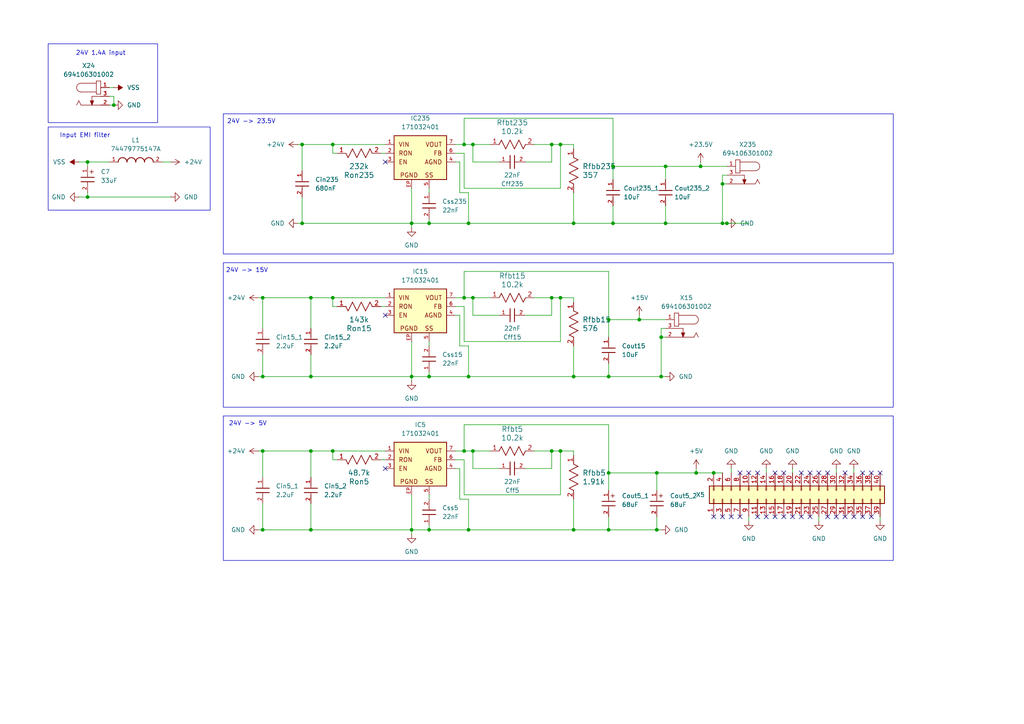
<source format=kicad_sch>
(kicad_sch (version 20231120) (generator "eeschema") (generator_version "8.0")
  (paper "A4")
  (junction (at 176.53 153.67))
  (junction (at 90.17 86.36))
  (junction (at 177.8 48.26))
  (junction (at 119.38 64.77))
  (junction (at 185.42 92.71))
  (junction (at 119.38 109.22))
  (junction (at 177.8 64.77))
  (junction (at 76.2 130.81))
  (junction (at 25.4 57.15))
  (junction (at 160.02 41.91))
  (junction (at 134.62 130.81))
  (junction (at 134.62 86.36))
  (junction (at 201.93 137.16))
  (junction (at 137.16 86.36))
  (junction (at 209.55 53.34))
  (junction (at 137.16 130.81))
  (junction (at 96.52 130.81))
  (junction (at 90.17 130.81))
  (junction (at 134.62 41.91))
  (junction (at 191.77 97.79))
  (junction (at 191.77 109.22))
  (junction (at 166.37 153.67))
  (junction (at 25.4 46.99))
  (junction (at 162.56 86.36))
  (junction (at 166.37 109.22))
  (junction (at 90.17 153.67))
  (junction (at 119.38 153.67))
  (junction (at 207.01 137.16))
  (junction (at 76.2 153.67))
  (junction (at 160.02 86.36))
  (junction (at 162.56 130.81))
  (junction (at 160.02 130.81))
  (junction (at 210.82 64.77))
  (junction (at 193.04 64.77))
  (junction (at 135.89 64.77))
  (junction (at 162.56 41.91))
  (junction (at 76.2 109.22))
  (junction (at 124.46 64.77))
  (junction (at 176.53 92.71))
  (junction (at 90.17 109.22))
  (junction (at 33.02 30.48))
  (junction (at 176.53 137.16))
  (junction (at 190.5 137.16))
  (junction (at 96.52 41.91))
  (junction (at 135.89 153.67))
  (junction (at 96.52 86.36))
  (junction (at 135.89 109.22))
  (junction (at 190.5 153.67))
  (junction (at 87.63 64.77))
  (junction (at 176.53 109.22))
  (junction (at 137.16 41.91))
  (junction (at 203.2 48.26))
  (junction (at 166.37 64.77))
  (junction (at 124.46 109.22))
  (junction (at 76.2 86.36))
  (junction (at 87.63 41.91))
  (junction (at 124.46 153.67))
  (junction (at 193.04 48.26))
  (junction (at 209.55 64.77))
  (no_connect (at 214.63 149.86))
  (no_connect (at 111.76 46.99))
  (no_connect (at 207.01 149.86))
  (no_connect (at 229.87 149.86))
  (no_connect (at 250.19 149.86))
  (no_connect (at 227.33 137.16))
  (no_connect (at 232.41 149.86))
  (no_connect (at 242.57 149.86))
  (no_connect (at 111.76 91.44))
  (no_connect (at 250.19 137.16))
  (no_connect (at 252.73 149.86))
  (no_connect (at 237.49 137.16))
  (no_connect (at 219.71 137.16))
  (no_connect (at 240.03 149.86))
  (no_connect (at 234.95 137.16))
  (no_connect (at 234.95 149.86))
  (no_connect (at 219.71 149.86))
  (no_connect (at 214.63 137.16))
  (no_connect (at 222.25 149.86))
  (no_connect (at 252.73 137.16))
  (no_connect (at 227.33 149.86))
  (no_connect (at 247.65 149.86))
  (no_connect (at 245.11 149.86))
  (no_connect (at 232.41 137.16))
  (no_connect (at 212.09 149.86))
  (no_connect (at 217.17 137.16))
  (no_connect (at 224.79 149.86))
  (no_connect (at 111.76 135.89))
  (no_connect (at 209.55 149.86))
  (no_connect (at 224.79 137.16))
  (no_connect (at 255.27 137.16))
  (no_connect (at 240.03 137.16))
  (no_connect (at 245.11 137.16))
  (wire (pts (xy 119.38 153.67) (xy 124.46 153.67)))
  (wire (pts (xy 176.53 123.19) (xy 134.62 123.19)))
  (wire (pts (xy 76.2 153.67) (xy 90.17 153.67)))
  (wire (pts (xy 119.38 64.77) (xy 87.63 64.77)))
  (wire (pts (xy 119.38 153.67) (xy 90.17 153.67)))
  (wire (pts (xy 132.08 44.45) (xy 134.62 44.45)))
  (wire (pts (xy 176.53 78.74) (xy 134.62 78.74)))
  (wire (pts (xy 166.37 130.81) (xy 162.56 130.81)))
  (wire (pts (xy 137.16 41.91) (xy 142.24 41.91)))
  (wire (pts (xy 160.02 135.89) (xy 160.02 130.81)))
  (wire (pts (xy 133.35 135.89) (xy 133.35 144.78)))
  (wire (pts (xy 177.8 64.77) (xy 193.04 64.77)))
  (wire (pts (xy 124.46 152.4) (xy 124.46 153.67)))
  (wire (pts (xy 209.55 64.77) (xy 210.82 64.77)))
  (wire (pts (xy 242.57 135.89) (xy 242.57 137.16)))
  (wire (pts (xy 90.17 95.25) (xy 90.17 86.36)))
  (wire (pts (xy 190.5 149.86) (xy 190.5 153.67)))
  (wire (pts (xy 134.62 34.29) (xy 134.62 41.91)))
  (wire (pts (xy 207.01 137.16) (xy 209.55 137.16)))
  (wire (pts (xy 133.35 46.99) (xy 132.08 46.99)))
  (wire (pts (xy 144.78 135.89) (xy 137.16 135.89)))
  (wire (pts (xy 134.62 99.06) (xy 162.56 99.06)))
  (wire (pts (xy 134.62 44.45) (xy 134.62 54.61)))
  (wire (pts (xy 74.93 130.81) (xy 76.2 130.81)))
  (wire (pts (xy 134.62 78.74) (xy 134.62 86.36)))
  (wire (pts (xy 96.52 44.45) (xy 97.79 44.45)))
  (wire (pts (xy 25.4 48.26) (xy 25.4 46.99)))
  (wire (pts (xy 96.52 88.9) (xy 96.52 86.36)))
  (wire (pts (xy 22.86 57.15) (xy 25.4 57.15)))
  (wire (pts (xy 176.53 137.16) (xy 176.53 123.19)))
  (wire (pts (xy 137.16 91.44) (xy 137.16 86.36)))
  (wire (pts (xy 135.89 64.77) (xy 124.46 64.77)))
  (wire (pts (xy 185.42 92.71) (xy 193.04 92.71)))
  (wire (pts (xy 166.37 64.77) (xy 135.89 64.77)))
  (wire (pts (xy 177.8 34.29) (xy 134.62 34.29)))
  (wire (pts (xy 193.04 64.77) (xy 193.04 59.69)))
  (wire (pts (xy 166.37 41.91) (xy 166.37 43.18)))
  (wire (pts (xy 90.17 86.36) (xy 96.52 86.36)))
  (wire (pts (xy 201.93 137.16) (xy 207.01 137.16)))
  (wire (pts (xy 152.4 135.89) (xy 160.02 135.89)))
  (wire (pts (xy 74.93 86.36) (xy 76.2 86.36)))
  (wire (pts (xy 237.49 149.86) (xy 237.49 151.13)))
  (wire (pts (xy 193.04 48.26) (xy 193.04 52.07)))
  (wire (pts (xy 193.04 48.26) (xy 203.2 48.26)))
  (wire (pts (xy 209.55 50.8) (xy 210.82 50.8)))
  (wire (pts (xy 135.89 109.22) (xy 166.37 109.22)))
  (wire (pts (xy 76.2 109.22) (xy 74.93 109.22)))
  (wire (pts (xy 124.46 54.61) (xy 124.46 55.88)))
  (wire (pts (xy 162.56 41.91) (xy 166.37 41.91)))
  (wire (pts (xy 185.42 91.44) (xy 185.42 92.71)))
  (wire (pts (xy 124.46 143.51) (xy 124.46 144.78)))
  (wire (pts (xy 212.09 135.89) (xy 212.09 137.16)))
  (wire (pts (xy 160.02 91.44) (xy 160.02 86.36)))
  (wire (pts (xy 119.38 64.77) (xy 119.38 66.04)))
  (wire (pts (xy 222.25 135.89) (xy 222.25 137.16)))
  (wire (pts (xy 119.38 64.77) (xy 124.46 64.77)))
  (wire (pts (xy 177.8 59.69) (xy 177.8 64.77)))
  (wire (pts (xy 133.35 46.99) (xy 133.35 55.88)))
  (wire (pts (xy 144.78 46.99) (xy 137.16 46.99)))
  (wire (pts (xy 177.8 48.26) (xy 193.04 48.26)))
  (wire (pts (xy 176.53 137.16) (xy 190.5 137.16)))
  (wire (pts (xy 96.52 41.91) (xy 96.52 44.45)))
  (wire (pts (xy 135.89 144.78) (xy 135.89 153.67)))
  (wire (pts (xy 193.04 64.77) (xy 209.55 64.77)))
  (wire (pts (xy 166.37 132.08) (xy 166.37 130.81)))
  (wire (pts (xy 134.62 143.51) (xy 134.62 133.35)))
  (wire (pts (xy 176.53 142.24) (xy 176.53 137.16)))
  (wire (pts (xy 209.55 53.34) (xy 210.82 53.34)))
  (wire (pts (xy 96.52 88.9) (xy 97.79 88.9)))
  (wire (pts (xy 134.62 130.81) (xy 137.16 130.81)))
  (wire (pts (xy 144.78 91.44) (xy 137.16 91.44)))
  (wire (pts (xy 96.52 133.35) (xy 97.79 133.35)))
  (wire (pts (xy 137.16 135.89) (xy 137.16 130.81)))
  (wire (pts (xy 160.02 41.91) (xy 162.56 41.91)))
  (wire (pts (xy 33.02 27.94) (xy 33.02 30.48)))
  (wire (pts (xy 76.2 138.43) (xy 76.2 130.81)))
  (wire (pts (xy 133.35 91.44) (xy 133.35 100.33)))
  (wire (pts (xy 191.77 97.79) (xy 193.04 97.79)))
  (wire (pts (xy 177.8 52.07) (xy 177.8 48.26)))
  (wire (pts (xy 210.82 64.77) (xy 217.17 64.77)))
  (wire (pts (xy 25.4 57.15) (xy 49.53 57.15)))
  (wire (pts (xy 87.63 49.53) (xy 87.63 41.91)))
  (wire (pts (xy 177.8 48.26) (xy 177.8 34.29)))
  (wire (pts (xy 87.63 41.91) (xy 86.36 41.91)))
  (wire (pts (xy 160.02 46.99) (xy 160.02 41.91)))
  (wire (pts (xy 96.52 130.81) (xy 111.76 130.81)))
  (wire (pts (xy 190.5 137.16) (xy 201.93 137.16)))
  (wire (pts (xy 25.4 57.15) (xy 25.4 55.88)))
  (wire (pts (xy 154.94 86.36) (xy 160.02 86.36)))
  (wire (pts (xy 177.8 64.77) (xy 166.37 64.77)))
  (wire (pts (xy 119.38 109.22) (xy 90.17 109.22)))
  (wire (pts (xy 119.38 109.22) (xy 119.38 110.49)))
  (wire (pts (xy 96.52 130.81) (xy 96.52 133.35)))
  (wire (pts (xy 119.38 99.06) (xy 119.38 109.22)))
  (wire (pts (xy 132.08 86.36) (xy 134.62 86.36)))
  (wire (pts (xy 176.53 105.41) (xy 176.53 109.22)))
  (wire (pts (xy 162.56 86.36) (xy 160.02 86.36)))
  (wire (pts (xy 176.53 149.86) (xy 176.53 153.67)))
  (wire (pts (xy 25.4 46.99) (xy 31.75 46.99)))
  (wire (pts (xy 87.63 57.15) (xy 87.63 64.77)))
  (wire (pts (xy 217.17 149.86) (xy 217.17 151.13)))
  (wire (pts (xy 119.38 109.22) (xy 124.46 109.22)))
  (wire (pts (xy 87.63 64.77) (xy 86.36 64.77)))
  (wire (pts (xy 135.89 55.88) (xy 135.89 64.77)))
  (wire (pts (xy 176.53 109.22) (xy 166.37 109.22)))
  (wire (pts (xy 133.35 100.33) (xy 135.89 100.33)))
  (wire (pts (xy 90.17 102.87) (xy 90.17 109.22)))
  (wire (pts (xy 176.53 97.79) (xy 176.53 92.71)))
  (wire (pts (xy 124.46 107.95) (xy 124.46 109.22)))
  (wire (pts (xy 191.77 109.22) (xy 193.04 109.22)))
  (wire (pts (xy 76.2 95.25) (xy 76.2 86.36)))
  (wire (pts (xy 76.2 153.67) (xy 76.2 146.05)))
  (wire (pts (xy 31.75 30.48) (xy 33.02 30.48)))
  (wire (pts (xy 46.99 46.99) (xy 49.53 46.99)))
  (wire (pts (xy 96.52 86.36) (xy 111.76 86.36)))
  (wire (pts (xy 132.08 130.81) (xy 134.62 130.81)))
  (wire (pts (xy 124.46 109.22) (xy 135.89 109.22)))
  (wire (pts (xy 137.16 46.99) (xy 137.16 41.91)))
  (wire (pts (xy 134.62 54.61) (xy 162.56 54.61)))
  (wire (pts (xy 90.17 130.81) (xy 90.17 138.43)))
  (wire (pts (xy 31.75 27.94) (xy 33.02 27.94)))
  (wire (pts (xy 133.35 91.44) (xy 132.08 91.44)))
  (wire (pts (xy 154.94 130.81) (xy 160.02 130.81)))
  (wire (pts (xy 166.37 86.36) (xy 162.56 86.36)))
  (wire (pts (xy 132.08 88.9) (xy 134.62 88.9)))
  (wire (pts (xy 110.49 44.45) (xy 111.76 44.45)))
  (wire (pts (xy 76.2 109.22) (xy 76.2 102.87)))
  (wire (pts (xy 119.38 153.67) (xy 119.38 154.94)))
  (wire (pts (xy 76.2 109.22) (xy 90.17 109.22)))
  (wire (pts (xy 162.56 41.91) (xy 162.56 54.61)))
  (wire (pts (xy 166.37 100.33) (xy 166.37 109.22)))
  (wire (pts (xy 124.46 64.77) (xy 124.46 63.5)))
  (wire (pts (xy 176.53 92.71) (xy 176.53 78.74)))
  (wire (pts (xy 135.89 100.33) (xy 135.89 109.22)))
  (wire (pts (xy 134.62 86.36) (xy 137.16 86.36)))
  (wire (pts (xy 162.56 130.81) (xy 160.02 130.81)))
  (wire (pts (xy 209.55 53.34) (xy 209.55 64.77)))
  (wire (pts (xy 96.52 41.91) (xy 111.76 41.91)))
  (wire (pts (xy 133.35 144.78) (xy 135.89 144.78)))
  (wire (pts (xy 134.62 41.91) (xy 137.16 41.91)))
  (wire (pts (xy 203.2 46.99) (xy 203.2 48.26)))
  (wire (pts (xy 154.94 41.91) (xy 160.02 41.91)))
  (wire (pts (xy 176.53 153.67) (xy 190.5 153.67)))
  (wire (pts (xy 229.87 135.89) (xy 229.87 137.16)))
  (wire (pts (xy 132.08 41.91) (xy 134.62 41.91)))
  (wire (pts (xy 152.4 91.44) (xy 160.02 91.44)))
  (wire (pts (xy 255.27 149.86) (xy 255.27 151.13)))
  (wire (pts (xy 110.49 133.35) (xy 111.76 133.35)))
  (wire (pts (xy 134.62 123.19) (xy 134.62 130.81)))
  (wire (pts (xy 162.56 99.06) (xy 162.56 86.36)))
  (wire (pts (xy 31.75 25.4) (xy 33.02 25.4)))
  (wire (pts (xy 193.04 95.25) (xy 191.77 95.25)))
  (wire (pts (xy 166.37 55.88) (xy 166.37 64.77)))
  (wire (pts (xy 190.5 142.24) (xy 190.5 137.16)))
  (wire (pts (xy 90.17 146.05) (xy 90.17 153.67)))
  (wire (pts (xy 134.62 88.9) (xy 134.62 99.06)))
  (wire (pts (xy 137.16 86.36) (xy 142.24 86.36)))
  (wire (pts (xy 76.2 130.81) (xy 90.17 130.81)))
  (wire (pts (xy 191.77 109.22) (xy 176.53 109.22)))
  (wire (pts (xy 134.62 133.35) (xy 132.08 133.35)))
  (wire (pts (xy 76.2 86.36) (xy 90.17 86.36)))
  (wire (pts (xy 152.4 46.99) (xy 160.02 46.99)))
  (wire (pts (xy 133.35 55.88) (xy 135.89 55.88)))
  (wire (pts (xy 135.89 153.67) (xy 124.46 153.67)))
  (wire (pts (xy 162.56 143.51) (xy 134.62 143.51)))
  (wire (pts (xy 201.93 135.89) (xy 201.93 137.16)))
  (wire (pts (xy 247.65 135.89) (xy 247.65 137.16)))
  (wire (pts (xy 137.16 130.81) (xy 142.24 130.81)))
  (wire (pts (xy 191.77 95.25) (xy 191.77 97.79)))
  (wire (pts (xy 166.37 144.78) (xy 166.37 153.67)))
  (wire (pts (xy 87.63 41.91) (xy 96.52 41.91)))
  (wire (pts (xy 191.77 97.79) (xy 191.77 109.22)))
  (wire (pts (xy 166.37 153.67) (xy 135.89 153.67)))
  (wire (pts (xy 90.17 130.81) (xy 96.52 130.81)))
  (wire (pts (xy 22.86 46.99) (xy 25.4 46.99)))
  (wire (pts (xy 124.46 99.06) (xy 124.46 100.33)))
  (wire (pts (xy 110.49 88.9) (xy 111.76 88.9)))
  (wire (pts (xy 190.5 153.67) (xy 191.77 153.67)))
  (wire (pts (xy 176.53 92.71) (xy 185.42 92.71)))
  (wire (pts (xy 133.35 135.89) (xy 132.08 135.89)))
  (wire (pts (xy 76.2 153.67) (xy 74.93 153.67)))
  (wire (pts (xy 166.37 87.63) (xy 166.37 86.36)))
  (wire (pts (xy 176.53 153.67) (xy 166.37 153.67)))
  (wire (pts (xy 162.56 130.81) (xy 162.56 143.51)))
  (wire (pts (xy 119.38 54.61) (xy 119.38 64.77)))
  (wire (pts (xy 119.38 143.51) (xy 119.38 153.67)))
  (wire (pts (xy 209.55 50.8) (xy 209.55 53.34)))
  (wire (pts (xy 203.2 48.26) (xy 210.82 48.26)))
  (rectangle (start 64.77 120.65) (end 259.08 162.56))
  (rectangle (start 13.97 36.83) (end 60.96 60.96))
  (rectangle (start 64.77 76.2) (end 259.08 118.11))
  (rectangle (start 64.77 33.02) (end 259.08 73.66))
  (rectangle (start 13.97 12.7) (end 45.72 35.56))
  (text "24V 1.4A input" (at 29.21 15.494 0) (effects (font (size 1.27 1.27))))
  (text "Input EMI filter" (at 24.638 39.37 0) (effects (font (size 1.27 1.27))))
  (text "24V -> 15V" (at 71.628 78.486 0) (effects (font (size 1.27 1.27))))
  (text "24V -> 23.5V" (at 72.898 35.306 0) (effects (font (size 1.27 1.27))))
  (text "24V -> 5V" (at 71.882 122.936 0) (effects (font (size 1.27 1.27))))
  (symbol (lib_id "power:GND") (at 74.93 109.22 270) (unit 1)
    (property "Reference" "#PWR06" (effects (hide yes)))
    (property "Value" "GND" (at 71.12 109.2199 90) (effects (justify right)))
    (property "Description" "Power symbol creates a global label with name \"GND\" , ground" (effects (hide yes)))
  )
  (symbol (lib_id "RC1206FR-0710K2L:RC1206FR-0710K2L") (at 154.94 130.81 180) (unit 1)
    (property "Reference" "Rfbt5" (at 148.59 124.46 0) (effects (font (size 1.524 1.524))))
    (property "Value" "10.2k" (at 148.59 127 0) (effects (font (size 1.524 1.524))))
    (property "Footprint" "RC1206FR-0710K2L:RC1206FR-0710K2L" (effects (hide yes)))
    (property "Datasheet" "RC1206FR-0710K2L" (effects (hide yes)))
  )
  (symbol (lib_id "694106301002:694106301002") (at 198.12 92.71 0) (mirror y) (unit 1)
    (property "Reference" "X15" (at 199.0725 86.36 0))
    (property "Value" "694106301002" (at 199.0725 88.9 0))
    (property "Footprint" "694106301002:694106301002" (effects (hide yes)))
    (property "MF" "Wurth Elektronik" (effects (hide yes)))
    (property "Description_1" "DCPowerJack_THT_R/A_Plastic_CenterPin_ Ø2.0" (effects (hide yes)))
    (property "Package" "None" (effects (hide yes)))
    (property "MOUNT" "THT" (effects (hide yes)))
    (property "IR" "5A" (effects (hide yes)))
    (property "VALUE" "694106301002" (effects (hide yes)))
    (property "Availability" "In Stock" (effects (hide yes)))
    (property "SnapEDA_Link" "https://www.snapeda.com/parts/694106301002/Wurth+Electronics/view-part/?ref=snap" (effects (hide yes)))
    (property "DATASHEET-URL" "https://www.we-online.com/catalog/datasheet/694106301002.pdf" (effects (hide yes)))
    (property "MP" "694106301002" (effects (hide yes)))
    (property "WORKING-VOLTAGE" "30V(AC)" (effects (hide yes)))
    (property "PART-NUMBER" "694106301002" (effects (hide yes)))
    (property "TYPE" "Right Angled" (effects (hide yes)))
    (property "Price" "None" (effects (hide yes)))
    (property "Check_prices" "https://www.snapeda.com/parts/694106301002/Wurth+Electronics/view-part/?ref=eda" (effects (hide yes)))
  )
  (symbol (lib_id "power:+24V") (at 74.93 130.81 90) (unit 1)
    (property "Reference" "#PWR09" (effects (hide yes)))
    (property "Value" "+24V" (at 71.12 130.8099 90) (effects (justify left)))
    (property "Description" "Power symbol creates a global label with name \"+24V\"" (effects (hide yes)))
  )
  (symbol (lib_id "power:GND") (at 33.02 30.48 90) (unit 1)
    (property "Reference" "#PWR01" (effects (hide yes)))
    (property "Value" "GND" (at 36.83 30.4799 90) (effects (justify right)))
    (property "Description" "Power symbol creates a global label with name \"GND\" , ground" (effects (hide yes)))
  )
  (symbol (lib_id "power:GND") (at 212.09 135.89 180) (unit 1)
    (property "Reference" "#PWR024" (effects (hide yes)))
    (property "Value" "GND" (at 212.09 130.81 0))
    (property "Description" "Power symbol creates a global label with name \"GND\" , ground" (effects (hide yes)))
  )
  (symbol (lib_id "870235674004:870235674004") (at 176.53 147.32 90) (unit 1)
    (property "Reference" "Cout5_1" (at 180.34 143.813 90) (effects (justify right)))
    (property "Value" "68uF" (at 180.34 146.353 90) (effects (justify right)))
    (property "Footprint" "870235674004:870235674004" (effects (hide yes)))
    (property "MF" "Würth Elektronik" (effects (hide yes)))
    (property "Description_1" "\n                        \n                            CAP ALUM POLY 68UF 20% 35V T/H\n                        \n" (effects (hide yes)))
    (property "Package" "None" (effects (hide yes)))
    (property "Price" "None" (effects (hide yes)))
    (property "SnapEDA_Link" "https://www.snapeda.com/parts/870235674004/W%25C3%25BCrth+Elektronik+Midcom/view-part/?ref=snap" (effects (hide yes)))
    (property "MP" "870235674004" (effects (hide yes)))
    (property "Availability" "In Stock" (effects (hide yes)))
    (property "Check_prices" "https://www.snapeda.com/parts/870235674004/W%25C3%25BCrth+Elektronik+Midcom/view-part/?ref=eda" (effects (hide yes)))
  )
  (symbol (lib_id "694106301002:694106301002") (at 26.67 25.4 0) (unit 1)
    (property "Reference" "X24" (at 25.7175 19.05 0))
    (property "Value" "694106301002" (at 25.7175 21.59 0))
    (property "Footprint" "694106301002:694106301002" (effects (hide yes)))
    (property "MF" "Wurth Elektronik" (effects (hide yes)))
    (property "Description_1" "DCPowerJack_THT_R/A_Plastic_CenterPin_ Ø2.0" (effects (hide yes)))
    (property "Package" "None" (effects (hide yes)))
    (property "MOUNT" "THT" (effects (hide yes)))
    (property "IR" "5A" (effects (hide yes)))
    (property "VALUE" "694106301002" (effects (hide yes)))
    (property "Availability" "In Stock" (effects (hide yes)))
    (property "SnapEDA_Link" "https://www.snapeda.com/parts/694106301002/Wurth+Electronics/view-part/?ref=snap" (effects (hide yes)))
    (property "DATASHEET-URL" "https://www.we-online.com/catalog/datasheet/694106301002.pdf" (effects (hide yes)))
    (property "MP" "694106301002" (effects (hide yes)))
    (property "WORKING-VOLTAGE" "30V(AC)" (effects (hide yes)))
    (property "PART-NUMBER" "694106301002" (effects (hide yes)))
    (property "TYPE" "Right Angled" (effects (hide yes)))
    (property "Price" "None" (effects (hide yes)))
    (property "Check_prices" "https://www.snapeda.com/parts/694106301002/Wurth+Electronics/view-part/?ref=eda" (effects (hide yes)))
  )
  (symbol (lib_id "885012008009:885012008009") (at 147.32 135.89 0) (mirror x) (unit 1)
    (property "Reference" "Cff5" (at 148.6052 142.24 0))
    (property "Value" "22nF" (at 148.6052 139.7 0))
    (property "Footprint" "885012008009:885012008009" (effects (hide yes)))
    (property "MF" "Würth Elektronik" (effects (hide yes)))
    (property "Description_1" "\n                        \n                            0.022 µF ±5% 10V Ceramic Capacitor C0G, NP0 1206 (3216 Metric)\n                        \n" (effects (hide yes)))
    (property "Package" "1206 Wurth Electronics" (effects (hide yes)))
    (property "Price" "None" (effects (hide yes)))
    (property "SnapEDA_Link" "https://www.snapeda.com/parts/885012008009/W%25C3%25BCrth+Elektronik+Midcom/view-part/?ref=snap" (effects (hide yes)))
    (property "MP" "885012008009" (effects (hide yes)))
    (property "Availability" "In Stock" (effects (hide yes)))
    (property "Check_prices" "https://www.snapeda.com/parts/885012008009/W%25C3%25BCrth+Elektronik+Midcom/view-part/?ref=eda" (effects (hide yes)))
  )
  (symbol (lib_id "885012008009:885012008009") (at 147.32 91.44 0) (mirror x) (unit 1)
    (property "Reference" "Cff15" (at 148.6052 97.79 0))
    (property "Value" "22nF" (at 148.6052 95.25 0))
    (property "Footprint" "885012008009:885012008009" (effects (hide yes)))
    (property "MF" "Würth Elektronik" (effects (hide yes)))
    (property "Description_1" "\n                        \n                            0.022 µF ±5% 10V Ceramic Capacitor C0G, NP0 1206 (3216 Metric)\n                        \n" (effects (hide yes)))
    (property "Package" "1206 Wurth Electronics" (effects (hide yes)))
    (property "Price" "None" (effects (hide yes)))
    (property "SnapEDA_Link" "https://www.snapeda.com/parts/885012008009/W%25C3%25BCrth+Elektronik+Midcom/view-part/?ref=snap" (effects (hide yes)))
    (property "MP" "885012008009" (effects (hide yes)))
    (property "Availability" "In Stock" (effects (hide yes)))
    (property "Check_prices" "https://www.snapeda.com/parts/885012008009/W%25C3%25BCrth+Elektronik+Midcom/view-part/?ref=eda" (effects (hide yes)))
  )
  (symbol (lib_id "power:GND") (at 86.36 64.77 270) (unit 1)
    (property "Reference" "#PWR04" (effects (hide yes)))
    (property "Value" "GND" (at 82.55 64.7699 90) (effects (justify right)))
    (property "Description" "Power symbol creates a global label with name \"GND\" , ground" (effects (hide yes)))
  )
  (symbol (lib_id "RC1206FR-07232KL:RC1206FR-07232KL") (at 110.49 44.45 0) (mirror y) (unit 1)
    (property "Reference" "Ron235" (at 104.14 50.8 0) (effects (font (size 1.524 1.524))))
    (property "Value" "232k" (at 104.14 48.26 0) (effects (font (size 1.524 1.524))))
    (property "Footprint" "RC1206FR-07232KL:RC1206FR-07232KL" (effects (hide yes)))
    (property "Datasheet" "RC1206FR-07232KL" (effects (hide yes)))
  )
  (symbol (lib_id "power:GND") (at 222.25 135.89 180) (unit 1)
    (property "Reference" "#PWR025" (effects (hide yes)))
    (property "Value" "GND" (at 222.25 130.81 0))
    (property "Description" "Power symbol creates a global label with name \"GND\" , ground" (effects (hide yes)))
  )
  (symbol (lib_id "74479775147A:74479775147A") (at 39.37 46.99 0) (unit 1)
    (property "Reference" "L1" (at 39.37 40.64 0))
    (property "Value" "74479775147A" (at 39.37 43.18 0))
    (property "Footprint" "74479775147A:74479775147A" (effects (hide yes)))
    (property "MF" "Würth Elektronik" (effects (hide yes)))
    (property "Description_1" "\n                        \n                            Fixed Ind 470nh 1.4a 100 Mohm\n                        \n" (effects (hide yes)))
    (property "Package" "0805 Wurth Elektronik" (effects (hide yes)))
    (property "Price" "None" (effects (hide yes)))
    (property "SnapEDA_Link" "https://www.snapeda.com/parts/74479775147A/W%25C3%25BCrth+Elektronik+Midcom/view-part/?ref=snap" (effects (hide yes)))
    (property "MP" "74479775147A" (effects (hide yes)))
    (property "Availability" "In Stock" (effects (hide yes)))
    (property "Check_prices" "https://www.snapeda.com/parts/74479775147A/W%25C3%25BCrth+Elektronik+Midcom/view-part/?ref=eda" (effects (hide yes)))
  )
  (symbol (lib_id "power:GND") (at 255.27 151.13 0) (unit 1)
    (property "Reference" "#PWR023" (effects (hide yes)))
    (property "Value" "GND" (at 255.27 156.21 0))
    (property "Description" "Power symbol creates a global label with name \"GND\" , ground" (effects (hide yes)))
  )
  (symbol (lib_id "RC1206FR-0748K7L:RC1206FR-0748K7L") (at 110.49 133.35 0) (mirror y) (unit 1)
    (property "Reference" "Ron5" (at 104.14 139.7 0) (effects (font (size 1.524 1.524))))
    (property "Value" "48.7k" (at 104.14 137.16 0) (effects (font (size 1.524 1.524))))
    (property "Footprint" "RC1206FR-0748K7L:RC1206FR-0748K7L" (effects (hide yes)))
    (property "Datasheet" "RC1206FR-0748K7L" (effects (hide yes)))
  )
  (symbol (lib_id "885012214006:885012214006") (at 177.8 54.61 270) (unit 1)
    (property "Reference" "Cout235_1" (at 180.848 54.61 90) (effects (justify left)))
    (property "Value" "10uF" (at 180.848 57.15 90) (effects (justify left)))
    (property "Footprint" "885012214006:885012214006" (effects (hide yes)))
    (property "MF" "Würth Elektronik" (effects (hide yes)))
    (property "Description_1" "\n                        \n                            10 µF ±10% 100V Ceramic Capacitor X7R 2220 (5750 Metric)\n                        \n" (effects (hide yes)))
    (property "Package" "None" (effects (hide yes)))
    (property "Price" "None" (effects (hide yes)))
    (property "SnapEDA_Link" "https://www.snapeda.com/parts/885012214006/W%25C3%25BCrth+Elektronik+Midcom/view-part/?ref=snap" (effects (hide yes)))
    (property "MP" "885012214006" (effects (hide yes)))
    (property "Availability" "In Stock" (effects (hide yes)))
    (property "Check_prices" "https://www.snapeda.com/parts/885012214006/W%25C3%25BCrth+Elektronik+Midcom/view-part/?ref=eda" (effects (hide yes)))
  )
  (symbol (lib_id "885012214006:885012214006") (at 193.04 54.61 270) (unit 1)
    (property "Reference" "Cout235_2" (at 195.58 54.61 90) (effects (justify left)))
    (property "Value" "10uF" (at 195.58 57.15 90) (effects (justify left)))
    (property "Footprint" "885012214006:885012214006" (effects (hide yes)))
    (property "MF" "Würth Elektronik" (effects (hide yes)))
    (property "Description_1" "\n                        \n                            10 µF ±10% 100V Ceramic Capacitor X7R 2220 (5750 Metric)\n                        \n" (effects (hide yes)))
    (property "Package" "None" (effects (hide yes)))
    (property "Price" "None" (effects (hide yes)))
    (property "SnapEDA_Link" "https://www.snapeda.com/parts/885012214006/W%25C3%25BCrth+Elektronik+Midcom/view-part/?ref=snap" (effects (hide yes)))
    (property "MP" "885012214006" (effects (hide yes)))
    (property "Availability" "In Stock" (effects (hide yes)))
    (property "Check_prices" "https://www.snapeda.com/parts/885012214006/W%25C3%25BCrth+Elektronik+Midcom/view-part/?ref=eda" (effects (hide yes)))
  )
  (symbol (lib_id "power:+24V") (at 49.53 46.99 270) (unit 1)
    (property "Reference" "#PWR014" (effects (hide yes)))
    (property "Value" "+24V" (at 53.34 46.9899 90) (effects (justify left)))
    (property "Description" "Power symbol creates a global label with name \"+24V\"" (effects (hide yes)))
  )
  (symbol (lib_id "885012210032:885012210032") (at 90.17 97.79 270) (unit 1)
    (property "Reference" "Cin15_2" (at 93.98 97.8051 90) (effects (justify left)))
    (property "Value" "2.2uF" (at 93.98 100.3451 90) (effects (justify left)))
    (property "Footprint" "885012210032:885012210032" (effects (hide yes)))
    (property "MF" "Würth Elektronik" (effects (hide yes)))
    (property "Description_1" "\n                        \n                            WCAP-CSGP General Purpose MLCC; SMT 1812; X7R; 2.2?F  10%; 50V; -55C to +125C; Tech. PN X7R1812225K050DFCT10000\n                        \n" (effects (hide yes)))
    (property "Package" "1812 Wurth Electronics" (effects (hide yes)))
    (property "Price" "None" (effects (hide yes)))
    (property "SnapEDA_Link" "https://www.snapeda.com/parts/885012210032/W%25C3%25BCrth+Elektronik+Midcom/view-part/?ref=snap" (effects (hide yes)))
    (property "MP" "885012210032" (effects (hide yes)))
    (property "Availability" "In Stock" (effects (hide yes)))
    (property "Check_prices" "https://www.snapeda.com/parts/885012210032/W%25C3%25BCrth+Elektronik+Midcom/view-part/?ref=eda" (effects (hide yes)))
  )
  (symbol (lib_id "885012210030:885012210030") (at 87.63 52.07 270) (unit 1)
    (property "Reference" "Cin235" (at 91.44 52.0851 90) (effects (justify left)))
    (property "Value" "680nF" (at 91.44 54.6251 90) (effects (justify left)))
    (property "Footprint" "885012210030:885012210030" (effects (hide yes)))
    (property "MF" "Würth Elektronik" (effects (hide yes)))
    (property "Description_1" "\n                        \n                            WCAP-CSGP General Purpose MLCC; SMT 1812; X7R; 680nF  10%; 50V; -55C to +125C; Tech. PN X7R1812684K050DFCT10000\n                        \n" (effects (hide yes)))
    (property "Package" "1812 Wurth Electronics" (effects (hide yes)))
    (property "Price" "None" (effects (hide yes)))
    (property "SnapEDA_Link" "https://www.snapeda.com/parts/885012210030/W%25C3%25BCrth+Elektronik+Midcom/view-part/?ref=snap" (effects (hide yes)))
    (property "MP" "885012210030" (effects (hide yes)))
    (property "Availability" "In Stock" (effects (hide yes)))
    (property "Check_prices" "https://www.snapeda.com/parts/885012210030/W%25C3%25BCrth+Elektronik+Midcom/view-part/?ref=eda" (effects (hide yes)))
  )
  (symbol (lib_id "power:VSS") (at 22.86 46.99 90) (unit 1)
    (property "Reference" "#PWR012" (effects (hide yes)))
    (property "Value" "VSS" (at 19.05 46.9899 90) (effects (justify left)))
    (property "Description" "Power symbol creates a global label with name \"VSS\"" (effects (hide yes)))
  )
  (symbol (lib_id "power:GND") (at 119.38 110.49 0) (unit 1)
    (property "Reference" "#PWR07" (effects (hide yes)))
    (property "Value" "GND" (at 119.38 115.57 0))
    (property "Description" "Power symbol creates a global label with name \"GND\" , ground" (effects (hide yes)))
  )
  (symbol (lib_id "RC1206FR-0710K2L:RC1206FR-0710K2L") (at 154.94 41.91 180) (unit 1)
    (property "Reference" "Rfbt235" (at 148.59 35.56 0) (effects (font (size 1.524 1.524))))
    (property "Value" "10.2k" (at 148.59 38.1 0) (effects (font (size 1.524 1.524))))
    (property "Footprint" "RC1206FR-0710K2L:RC1206FR-0710K2L" (effects (hide yes)))
    (property "Datasheet" "RC1206FR-0710K2L" (effects (hide yes)))
  )
  (symbol (lib_id "171032401:171032401") (at 121.92 91.44 0) (unit 1)
    (property "Reference" "IC15" (at 121.92 78.74 0))
    (property "Value" "171032401" (at 121.92 81.28 0))
    (property "Footprint" "171032401:171032401" (effects (hide yes)))
    (property "MF" "Würth Elektronik" (effects (hide yes)))
    (property "Description_1" "\n                        \n                            Non-Isolated PoL Module DC DC Converter 1 Output 5 ~ 24V - - 3A 6V - 42V Input\n                        \n" (effects (hide yes)))
    (property "Package" "SMD-7 Wurth Electronics Inc." (effects (hide yes)))
    (property "MOUNT" "SMT" (effects (hide yes)))
    (property "V-OUTPUT" "5-24V" (effects (hide yes)))
    (property "Availability" "In Stock" (effects (hide yes)))
    (property "SnapEDA_Link" "https://www.snapeda.com/parts/171032401/W%25C3%25BCrth+Elektronik+Midcom/view-part/?ref=snap" (effects (hide yes)))
    (property "DATASHEET-URL" "https://katalog.we-online.de/pm/datasheet/171032401.pdf" (effects (hide yes)))
    (property "MP" "171032401" (effects (hide yes)))
    (property "V-INPUT" "6-42V" (effects (hide yes)))
    (property "PART-NUMBER" "171032401" (effects (hide yes)))
    (property "I-OUTPUT" "3A" (effects (hide yes)))
    (property "Price" "None" (effects (hide yes)))
    (property "Check_prices" "https://www.snapeda.com/parts/171032401/W%25C3%25BCrth+Elektronik+Midcom/view-part/?ref=eda" (effects (hide yes)))
  )
  (symbol (lib_id "171032401:171032401") (at 121.92 46.99 0) (unit 1)
    (property "Reference" "IC235" (at 121.92 34.29 0))
    (property "Value" "171032401" (at 121.92 36.83 0))
    (property "Footprint" "171032401:171032401" (effects (hide yes)))
    (property "MF" "Würth Elektronik" (effects (hide yes)))
    (property "Description_1" "\n                        \n                            Non-Isolated PoL Module DC DC Converter 1 Output 5 ~ 24V - - 3A 6V - 42V Input\n                        \n" (effects (hide yes)))
    (property "Package" "SMD-7 Wurth Electronics Inc." (effects (hide yes)))
    (property "MOUNT" "SMT" (effects (hide yes)))
    (property "V-OUTPUT" "5-24V" (effects (hide yes)))
    (property "Availability" "In Stock" (effects (hide yes)))
    (property "SnapEDA_Link" "https://www.snapeda.com/parts/171032401/W%25C3%25BCrth+Elektronik+Midcom/view-part/?ref=snap" (effects (hide yes)))
    (property "DATASHEET-URL" "https://katalog.we-online.de/pm/datasheet/171032401.pdf" (effects (hide yes)))
    (property "MP" "171032401" (effects (hide yes)))
    (property "V-INPUT" "6-42V" (effects (hide yes)))
    (property "PART-NUMBER" "171032401" (effects (hide yes)))
    (property "I-OUTPUT" "3A" (effects (hide yes)))
    (property "Price" "None" (effects (hide yes)))
    (property "Check_prices" "https://www.snapeda.com/parts/171032401/W%25C3%25BCrth+Elektronik+Midcom/view-part/?ref=eda" (effects (hide yes)))
  )
  (symbol (lib_id "power:GND") (at 210.82 64.77 90) (unit 1)
    (property "Reference" "#PWR016" (effects (hide yes)))
    (property "Value" "GND" (at 214.63 64.7699 90) (effects (justify right)))
    (property "Description" "Power symbol creates a global label with name \"GND\" , ground" (effects (hide yes)))
  )
  (symbol (lib_id "power:+24V") (at 74.93 86.36 90) (unit 1)
    (property "Reference" "#PWR05" (effects (hide yes)))
    (property "Value" "+24V" (at 71.12 86.3599 90) (effects (justify left)))
    (property "Description" "Power symbol creates a global label with name \"+24V\"" (effects (hide yes)))
  )
  (symbol (lib_id "RC1206FR-07143KL:RC1206FR-07143KL") (at 110.49 88.9 0) (mirror y) (unit 1)
    (property "Reference" "Ron15" (at 104.14 95.25 0) (effects (font (size 1.524 1.524))))
    (property "Value" "143k" (at 104.14 92.71 0) (effects (font (size 1.524 1.524))))
    (property "Footprint" "RC1206FR-07143KL:RC1206FR-07143KL" (effects (hide yes)))
    (property "Datasheet" "RC1206FR-07143KL" (effects (hide yes)))
  )
  (symbol (lib_id "885012207013:885012207013") (at 124.46 149.86 90) (unit 1)
    (property "Reference" "Css5" (at 128.27 147.3046 90) (effects (justify right)))
    (property "Value" "22nF" (at 128.27 149.8446 90) (effects (justify right)))
    (property "Footprint" "885012207013:885012207013" (effects (hide yes)))
    (property "MF" "Würth Elektronik" (effects (hide yes)))
    (property "Description_1" "\n                        \n                            WCAP-CSGP General Purpose MLCC; SMT 0805; X7R; 22nF  10%; 10V; -55C to +125C; Tech. PN X7R0805223K010DFCT10000\n                        \n" (effects (hide yes)))
    (property "Package" "0805 Wurth Electronics" (effects (hide yes)))
    (property "Price" "None" (effects (hide yes)))
    (property "SnapEDA_Link" "https://www.snapeda.com/parts/885012207013/W%25C3%25BCrth+Elektronik+Midcom/view-part/?ref=snap" (effects (hide yes)))
    (property "MP" "885012207013" (effects (hide yes)))
    (property "Availability" "In Stock" (effects (hide yes)))
    (property "Check_prices" "https://www.snapeda.com/parts/885012207013/W%25C3%25BCrth+Elektronik+Midcom/view-part/?ref=eda" (effects (hide yes)))
  )
  (symbol (lib_id "870235674004:870235674004") (at 190.5 147.32 90) (unit 1)
    (property "Reference" "Cout5_2" (at 194.31 143.813 90) (effects (justify right)))
    (property "Value" "68uF" (at 194.31 146.353 90) (effects (justify right)))
    (property "Footprint" "870235674004:870235674004" (effects (hide yes)))
    (property "MF" "Würth Elektronik" (effects (hide yes)))
    (property "Description_1" "\n                        \n                            CAP ALUM POLY 68UF 20% 35V T/H\n                        \n" (effects (hide yes)))
    (property "Package" "None" (effects (hide yes)))
    (property "Price" "None" (effects (hide yes)))
    (property "SnapEDA_Link" "https://www.snapeda.com/parts/870235674004/W%25C3%25BCrth+Elektronik+Midcom/view-part/?ref=snap" (effects (hide yes)))
    (property "MP" "870235674004" (effects (hide yes)))
    (property "Availability" "In Stock" (effects (hide yes)))
    (property "Check_prices" "https://www.snapeda.com/parts/870235674004/W%25C3%25BCrth+Elektronik+Midcom/view-part/?ref=eda" (effects (hide yes)))
  )
  (symbol (lib_id "power:VD") (at 203.2 46.99 0) (unit 1)
    (property "Reference" "#PWR017" (effects (hide yes)))
    (property "Value" "+23.5V" (at 203.2 41.91 0))
    (property "Description" "Power symbol creates a global label with name \"VD\"" (effects (hide yes)))
  )
  (symbol (lib_id "power:GND") (at 193.04 109.22 90) (unit 1)
    (property "Reference" "#PWR018" (effects (hide yes)))
    (property "Value" "GND" (at 196.85 109.2199 90) (effects (justify right)))
    (property "Description" "Power symbol creates a global label with name \"GND\" , ground" (effects (hide yes)))
  )
  (symbol (lib_id "885012008009:885012008009") (at 147.32 46.99 0) (mirror x) (unit 1)
    (property "Reference" "Cff235" (at 148.6052 53.34 0))
    (property "Value" "22nF" (at 148.6052 50.8 0))
    (property "Footprint" "885012008009:885012008009" (effects (hide yes)))
    (property "MF" "Würth Elektronik" (effects (hide yes)))
    (property "Description_1" "\n                        \n                            0.022 µF ±5% 10V Ceramic Capacitor C0G, NP0 1206 (3216 Metric)\n                        \n" (effects (hide yes)))
    (property "Package" "1206 Wurth Electronics" (effects (hide yes)))
    (property "Price" "None" (effects (hide yes)))
    (property "SnapEDA_Link" "https://www.snapeda.com/parts/885012008009/W%25C3%25BCrth+Elektronik+Midcom/view-part/?ref=snap" (effects (hide yes)))
    (property "MP" "885012008009" (effects (hide yes)))
    (property "Availability" "In Stock" (effects (hide yes)))
    (property "Check_prices" "https://www.snapeda.com/parts/885012008009/W%25C3%25BCrth+Elektronik+Midcom/view-part/?ref=eda" (effects (hide yes)))
  )
  (symbol (lib_id "power:GND") (at 237.49 151.13 0) (unit 1)
    (property "Reference" "#PWR022" (effects (hide yes)))
    (property "Value" "GND" (at 237.49 156.21 0))
    (property "Description" "Power symbol creates a global label with name \"GND\" , ground" (effects (hide yes)))
  )
  (symbol (lib_id "power:GND") (at 22.86 57.15 270) (unit 1)
    (property "Reference" "#PWR013" (effects (hide yes)))
    (property "Value" "GND" (at 19.05 57.1499 90) (effects (justify right)))
    (property "Description" "Power symbol creates a global label with name \"GND\" , ground" (effects (hide yes)))
  )
  (symbol (lib_id "RC1206FR-0710K2L:RC1206FR-0710K2L") (at 154.94 86.36 180) (unit 1)
    (property "Reference" "Rfbt15" (at 148.59 80.01 0) (effects (font (size 1.524 1.524))))
    (property "Value" "10.2k" (at 148.59 82.55 0) (effects (font (size 1.524 1.524))))
    (property "Footprint" "RC1206FR-0710K2L:RC1206FR-0710K2L" (effects (hide yes)))
    (property "Datasheet" "RC1206FR-0710K2L" (effects (hide yes)))
  )
  (symbol (lib_id "power:+5V") (at 201.93 135.89 0) (unit 1)
    (property "Reference" "#PWR029" (effects (hide yes)))
    (property "Value" "+5V" (at 201.93 130.81 0))
    (property "Description" "Power symbol creates a global label with name \"+5V\"" (effects (hide yes)))
  )
  (symbol (lib_id "885012207013:885012207013") (at 124.46 105.41 90) (unit 1)
    (property "Reference" "Css15" (at 128.27 102.8546 90) (effects (justify right)))
    (property "Value" "22nF" (at 128.27 105.3946 90) (effects (justify right)))
    (property "Footprint" "885012207013:885012207013" (effects (hide yes)))
    (property "MF" "Würth Elektronik" (effects (hide yes)))
    (property "Description_1" "\n                        \n                            WCAP-CSGP General Purpose MLCC; SMT 0805; X7R; 22nF  10%; 10V; -55C to +125C; Tech. PN X7R0805223K010DFCT10000\n                        \n" (effects (hide yes)))
    (property "Package" "0805 Wurth Electronics" (effects (hide yes)))
    (property "Price" "None" (effects (hide yes)))
    (property "SnapEDA_Link" "https://www.snapeda.com/parts/885012207013/W%25C3%25BCrth+Elektronik+Midcom/view-part/?ref=snap" (effects (hide yes)))
    (property "MP" "885012207013" (effects (hide yes)))
    (property "Availability" "In Stock" (effects (hide yes)))
    (property "Check_prices" "https://www.snapeda.com/parts/885012207013/W%25C3%25BCrth+Elektronik+Midcom/view-part/?ref=eda" (effects (hide yes)))
  )
  (symbol (lib_id "885012207013:885012207013") (at 124.46 58.42 270) (unit 1)
    (property "Reference" "Css235" (at 128.27 58.4351 90) (effects (justify left)))
    (property "Value" "22nF" (at 128.27 60.9751 90) (effects (justify left)))
    (property "Footprint" "885012207013:885012207013" (effects (hide yes)))
    (property "MF" "Würth Elektronik" (effects (hide yes)))
    (property "Description_1" "\n                        \n                            WCAP-CSGP General Purpose MLCC; SMT 0805; X7R; 22nF  10%; 10V; -55C to +125C; Tech. PN X7R0805223K010DFCT10000\n                        \n" (effects (hide yes)))
    (property "Package" "0805 Wurth Electronics" (effects (hide yes)))
    (property "Price" "None" (effects (hide yes)))
    (property "SnapEDA_Link" "https://www.snapeda.com/parts/885012207013/W%25C3%25BCrth+Elektronik+Midcom/view-part/?ref=snap" (effects (hide yes)))
    (property "MP" "885012207013" (effects (hide yes)))
    (property "Availability" "In Stock" (effects (hide yes)))
    (property "Check_prices" "https://www.snapeda.com/parts/885012207013/W%25C3%25BCrth+Elektronik+Midcom/view-part/?ref=eda" (effects (hide yes)))
  )
  (symbol (lib_id "power:GND") (at 217.17 151.13 0) (unit 1)
    (property "Reference" "#PWR021" (effects (hide yes)))
    (property "Value" "GND" (at 217.17 156.21 0))
    (property "Description" "Power symbol creates a global label with name \"GND\" , ground" (effects (hide yes)))
  )
  (symbol (lib_id "power:+24V") (at 86.36 41.91 90) (unit 1)
    (property "Reference" "#PWR03" (effects (hide yes)))
    (property "Value" "+24V" (at 82.55 41.9099 90) (effects (justify left)))
    (property "Description" "Power symbol creates a global label with name \"+24V\"" (effects (hide yes)))
  )
  (symbol (lib_id "RC1206FR-07576RL:RC1206FR-07576RL") (at 166.37 100.33 90) (unit 1)
    (property "Reference" "Rfbb15" (at 168.91 92.7099 90) (effects (font (size 1.524 1.524)) (justify right)))
    (property "Value" "576" (at 168.91 95.2499 90) (effects (font (size 1.524 1.524)) (justify right)))
    (property "Footprint" "RC1206FR-07576RL:RC1206FR-07576RL" (effects (hide yes)))
    (property "Datasheet" "RC1206FR-07576RL" (effects (hide yes)))
  )
  (symbol (lib_id "Connector_Generic:Conn_02x20_Odd_Even") (at 229.87 144.78 90) (unit 1)
    (property "Reference" "X5" (at 204.47 143.5099 90) (effects (justify left)))
    (property "Value" "PRT-21570" (effects (hide yes)))
    (property "Footprint" "Connector_PinHeader_2.54mm:PinHeader_2x20_P2.54mm_Vertical" (effects (hide yes)))
    (property "Description" "Generic connector, double row, 02x20, odd/even pin numbering scheme (row 1 odd numbers, row 2 even numbers), script generated (kicad-library-utils/schlib/autogen/connector/)" (effects (hide yes)))
  )
  (symbol (lib_id "RC1206FR-071K91L:RC1206FR-071K91L") (at 166.37 144.78 90) (unit 1)
    (property "Reference" "Rfbb5" (at 168.91 137.1599 90) (effects (font (size 1.524 1.524)) (justify right)))
    (property "Value" "1.91k" (at 168.91 139.6999 90) (effects (font (size 1.524 1.524)) (justify right)))
    (property "Footprint" "RC1206FR-071K91L:RC1206FR-071K91L" (effects (hide yes)))
    (property "Datasheet" "RC1206FR-071K91L" (effects (hide yes)))
  )
  (symbol (lib_id "power:GND") (at 49.53 57.15 90) (unit 1)
    (property "Reference" "#PWR015" (effects (hide yes)))
    (property "Value" "GND" (at 53.34 57.1499 90) (effects (justify right)))
    (property "Description" "Power symbol creates a global label with name \"GND\" , ground" (effects (hide yes)))
  )
  (symbol (lib_id "885012210032:885012210032") (at 76.2 140.97 270) (unit 1)
    (property "Reference" "Cin5_1" (at 80.01 140.9851 90) (effects (justify left)))
    (property "Value" "2.2uF" (at 80.01 143.5251 90) (effects (justify left)))
    (property "Footprint" "885012210032:885012210032" (effects (hide yes)))
    (property "MF" "Würth Elektronik" (effects (hide yes)))
    (property "Description_1" "\n                        \n                            WCAP-CSGP General Purpose MLCC; SMT 1812; X7R; 2.2?F  10%; 50V; -55C to +125C; Tech. PN X7R1812225K050DFCT10000\n                        \n" (effects (hide yes)))
    (property "Package" "1812 Wurth Electronics" (effects (hide yes)))
    (property "Price" "None" (effects (hide yes)))
    (property "SnapEDA_Link" "https://www.snapeda.com/parts/885012210032/W%25C3%25BCrth+Elektronik+Midcom/view-part/?ref=snap" (effects (hide yes)))
    (property "MP" "885012210032" (effects (hide yes)))
    (property "Availability" "In Stock" (effects (hide yes)))
    (property "Check_prices" "https://www.snapeda.com/parts/885012210032/W%25C3%25BCrth+Elektronik+Midcom/view-part/?ref=eda" (effects (hide yes)))
  )
  (symbol (lib_id "power:+15V") (at 185.42 91.44 0) (unit 1)
    (property "Reference" "#PWR019" (effects (hide yes)))
    (property "Value" "+15V" (at 185.42 86.36 0))
    (property "Description" "Power symbol creates a global label with name \"+15V\"" (effects (hide yes)))
  )
  (symbol (lib_id "power:GND") (at 242.57 135.89 180) (unit 1)
    (property "Reference" "#PWR027" (effects (hide yes)))
    (property "Value" "GND" (at 242.57 130.81 0))
    (property "Description" "Power symbol creates a global label with name \"GND\" , ground" (effects (hide yes)))
  )
  (symbol (lib_id "power:GND") (at 247.65 135.89 180) (unit 1)
    (property "Reference" "#PWR028" (effects (hide yes)))
    (property "Value" "GND" (at 247.65 130.81 0))
    (property "Description" "Power symbol creates a global label with name \"GND\" , ground" (effects (hide yes)))
  )
  (symbol (lib_id "power:GND") (at 229.87 135.89 180) (unit 1)
    (property "Reference" "#PWR026" (effects (hide yes)))
    (property "Value" "GND" (at 229.87 130.81 0))
    (property "Description" "Power symbol creates a global label with name \"GND\" , ground" (effects (hide yes)))
  )
  (symbol (lib_id "875115655013:875115655013") (at 25.4 53.34 90) (unit 1)
    (property "Reference" "C7" (at 29.21 49.833 90) (effects (justify right)))
    (property "Value" "33uF" (at 29.21 52.373 90) (effects (justify right)))
    (property "Footprint" "875115655013:875115655013" (effects (hide yes)))
    (property "MF" "Würth Elektronik" (effects (hide yes)))
    (property "Description_1" "\n                        \n                            33 µF 35 V Aluminum - Polymer Capacitors Radial, Can - SMD 35mOhm 5000 Hrs @ 105°C\n                        \n" (effects (hide yes)))
    (property "Package" "None" (effects (hide yes)))
    (property "Price" "None" (effects (hide yes)))
    (property "SnapEDA_Link" "https://www.snapeda.com/parts/875115655013/W%25C3%25BCrth+Elektronik+Midcom/view-part/?ref=snap" (effects (hide yes)))
    (property "MP" "875115655013" (effects (hide yes)))
    (property "Availability" "In Stock" (effects (hide yes)))
    (property "Check_prices" "https://www.snapeda.com/parts/875115655013/W%25C3%25BCrth+Elektronik+Midcom/view-part/?ref=eda" (effects (hide yes)))
  )
  (symbol (lib_id "power:GND") (at 119.38 66.04 0) (unit 1)
    (property "Reference" "#PWR08" (effects (hide yes)))
    (property "Value" "GND" (at 119.38 71.12 0))
    (property "Description" "Power symbol creates a global label with name \"GND\" , ground" (effects (hide yes)))
  )
  (symbol (lib_id "power:VSS") (at 33.02 25.4 270) (unit 1)
    (property "Reference" "#PWR02" (effects (hide yes)))
    (property "Value" "VSS" (at 36.83 25.3999 90) (effects (justify left)))
    (property "Description" "Power symbol creates a global label with name \"VSS\"" (effects (hide yes)))
  )
  (symbol (lib_id "885012214005:885012214005") (at 176.53 100.33 270) (unit 1)
    (property "Reference" "Cout15" (at 180.34 100.3451 90) (effects (justify left)))
    (property "Value" "10uF" (at 180.34 102.8851 90) (effects (justify left)))
    (property "Footprint" "885012214006:885012214006" (effects (hide yes)))
    (property "MF" "Würth Elektronik" (effects (hide yes)))
    (property "Description_1" "\n                        \n                            CAP CER 10UF 50V X7R 2220\n                        \n" (effects (hide yes)))
    (property "Package" "None" (effects (hide yes)))
    (property "Price" "None" (effects (hide yes)))
    (property "SnapEDA_Link" "https://www.snapeda.com/parts/885012214005/W%25C3%25BCrth+Elektronik+Midcom/view-part/?ref=snap" (effects (hide yes)))
    (property "MP" "885012214005" (effects (hide yes)))
    (property "Availability" "In Stock" (effects (hide yes)))
    (property "Check_prices" "https://www.snapeda.com/parts/885012214005/W%25C3%25BCrth+Elektronik+Midcom/view-part/?ref=eda" (effects (hide yes)))
  )
  (symbol (lib_id "RC1206FR-07357RL:RC1206FR-07357RL") (at 166.37 55.88 90) (unit 1)
    (property "Reference" "Rfbb235" (at 168.91 48.2599 90) (effects (font (size 1.524 1.524)) (justify right)))
    (property "Value" "357" (at 168.91 50.7999 90) (effects (font (size 1.524 1.524)) (justify right)))
    (property "Footprint" "RC1206FR-07357RL:RC1206FR-07357RL" (effects (hide yes)))
    (property "Datasheet" "RC1206FR-07357RL" (effects (hide yes)))
  )
  (symbol (lib_id "power:GND") (at 74.93 153.67 270) (unit 1)
    (property "Reference" "#PWR010" (effects (hide yes)))
    (property "Value" "GND" (at 71.12 153.6699 90) (effects (justify right)))
    (property "Description" "Power symbol creates a global label with name \"GND\" , ground" (effects (hide yes)))
  )
  (symbol (lib_id "885012210032:885012210032") (at 76.2 97.79 270) (unit 1)
    (property "Reference" "Cin15_1" (at 80.01 97.8051 90) (effects (justify left)))
    (property "Value" "2.2uF" (at 80.01 100.3451 90) (effects (justify left)))
    (property "Footprint" "885012210032:885012210032" (effects (hide yes)))
    (property "MF" "Würth Elektronik" (effects (hide yes)))
    (property "Description_1" "\n                        \n                            WCAP-CSGP General Purpose MLCC; SMT 1812; X7R; 2.2?F  10%; 50V; -55C to +125C; Tech. PN X7R1812225K050DFCT10000\n                        \n" (effects (hide yes)))
    (property "Package" "1812 Wurth Electronics" (effects (hide yes)))
    (property "Price" "None" (effects (hide yes)))
    (property "SnapEDA_Link" "https://www.snapeda.com/parts/885012210032/W%25C3%25BCrth+Elektronik+Midcom/view-part/?ref=snap" (effects (hide yes)))
    (property "MP" "885012210032" (effects (hide yes)))
    (property "Availability" "In Stock" (effects (hide yes)))
    (property "Check_prices" "https://www.snapeda.com/parts/885012210032/W%25C3%25BCrth+Elektronik+Midcom/view-part/?ref=eda" (effects (hide yes)))
  )
  (symbol (lib_id "171032401:171032401") (at 121.92 135.89 0) (unit 1)
    (property "Reference" "IC5" (at 121.92 123.19 0))
    (property "Value" "171032401" (at 121.92 125.73 0))
    (property "Footprint" "171032401:171032401" (effects (hide yes)))
    (property "MF" "Würth Elektronik" (effects (hide yes)))
    (property "Description_1" "\n                        \n                            Non-Isolated PoL Module DC DC Converter 1 Output 5 ~ 24V - - 3A 6V - 42V Input\n                        \n" (effects (hide yes)))
    (property "Package" "SMD-7 Wurth Electronics Inc." (effects (hide yes)))
    (property "MOUNT" "SMT" (effects (hide yes)))
    (property "V-OUTPUT" "5-24V" (effects (hide yes)))
    (property "Availability" "In Stock" (effects (hide yes)))
    (property "SnapEDA_Link" "https://www.snapeda.com/parts/171032401/W%25C3%25BCrth+Elektronik+Midcom/view-part/?ref=snap" (effects (hide yes)))
    (property "DATASHEET-URL" "https://katalog.we-online.de/pm/datasheet/171032401.pdf" (effects (hide yes)))
    (property "MP" "171032401" (effects (hide yes)))
    (property "V-INPUT" "6-42V" (effects (hide yes)))
    (property "PART-NUMBER" "171032401" (effects (hide yes)))
    (property "I-OUTPUT" "3A" (effects (hide yes)))
    (property "Price" "None" (effects (hide yes)))
    (property "Check_prices" "https://www.snapeda.com/parts/171032401/W%25C3%25BCrth+Elektronik+Midcom/view-part/?ref=eda" (effects (hide yes)))
  )
  (symbol (lib_id "power:GND") (at 191.77 153.67 90) (unit 1)
    (property "Reference" "#PWR020" (effects (hide yes)))
    (property "Value" "GND" (at 195.58 153.6699 90) (effects (justify right)))
    (property "Description" "Power symbol creates a global label with name \"GND\" , ground" (effects (hide yes)))
  )
  (symbol (lib_id "885012210032:885012210032") (at 90.17 140.97 270) (unit 1)
    (property "Reference" "Cin5_2" (at 93.98 140.9851 90) (effects (justify left)))
    (property "Value" "2.2uF" (at 93.98 143.5251 90) (effects (justify left)))
    (property "Footprint" "885012210032:885012210032" (effects (hide yes)))
    (property "MF" "Würth Elektronik" (effects (hide yes)))
    (property "Description_1" "\n                        \n                            WCAP-CSGP General Purpose MLCC; SMT 1812; X7R; 2.2?F  10%; 50V; -55C to +125C; Tech. PN X7R1812225K050DFCT10000\n                        \n" (effects (hide yes)))
    (property "Package" "1812 Wurth Electronics" (effects (hide yes)))
    (property "Price" "None" (effects (hide yes)))
    (property "SnapEDA_Link" "https://www.snapeda.com/parts/885012210032/W%25C3%25BCrth+Elektronik+Midcom/view-part/?ref=snap" (effects (hide yes)))
    (property "MP" "885012210032" (effects (hide yes)))
    (property "Availability" "In Stock" (effects (hide yes)))
    (property "Check_prices" "https://www.snapeda.com/parts/885012210032/W%25C3%25BCrth+Elektronik+Midcom/view-part/?ref=eda" (effects (hide yes)))
  )
  (symbol (lib_id "power:GND") (at 119.38 154.94 0) (unit 1)
    (property "Reference" "#PWR011" (effects (hide yes)))
    (property "Value" "GND" (at 119.38 160.02 0))
    (property "Description" "Power symbol creates a global label with name \"GND\" , ground" (effects (hide yes)))
  )
  (symbol (lib_id "694106301002:694106301002") (at 215.9 48.26 0) (mirror y) (unit 1)
    (property "Reference" "X235" (at 216.8525 41.91 0))
    (property "Value" "694106301002" (at 216.8525 44.45 0))
    (property "Footprint" "694106301002:694106301002" (effects (hide yes)))
    (property "MF" "Wurth Elektronik" (effects (hide yes)))
    (property "Description_1" "DCPowerJack_THT_R/A_Plastic_CenterPin_ Ø2.0" (effects (hide yes)))
    (property "Package" "None" (effects (hide yes)))
    (property "MOUNT" "THT" (effects (hide yes)))
    (property "IR" "5A" (effects (hide yes)))
    (property "VALUE" "694106301002" (effects (hide yes)))
    (property "Availability" "In Stock" (effects (hide yes)))
    (property "SnapEDA_Link" "https://www.snapeda.com/parts/694106301002/Wurth+Electronics/view-part/?ref=snap" (effects (hide yes)))
    (property "DATASHEET-URL" "https://www.we-online.com/catalog/datasheet/694106301002.pdf" (effects (hide yes)))
    (property "MP" "694106301002" (effects (hide yes)))
    (property "WORKING-VOLTAGE" "30V(AC)" (effects (hide yes)))
    (property "PART-NUMBER" "694106301002" (effects (hide yes)))
    (property "TYPE" "Right Angled" (effects (hide yes)))
    (property "Price" "None" (effects (hide yes)))
    (property "Check_prices" "https://www.snapeda.com/parts/694106301002/Wurth+Electronics/view-part/?ref=eda" (effects (hide yes)))
  )
)
</source>
